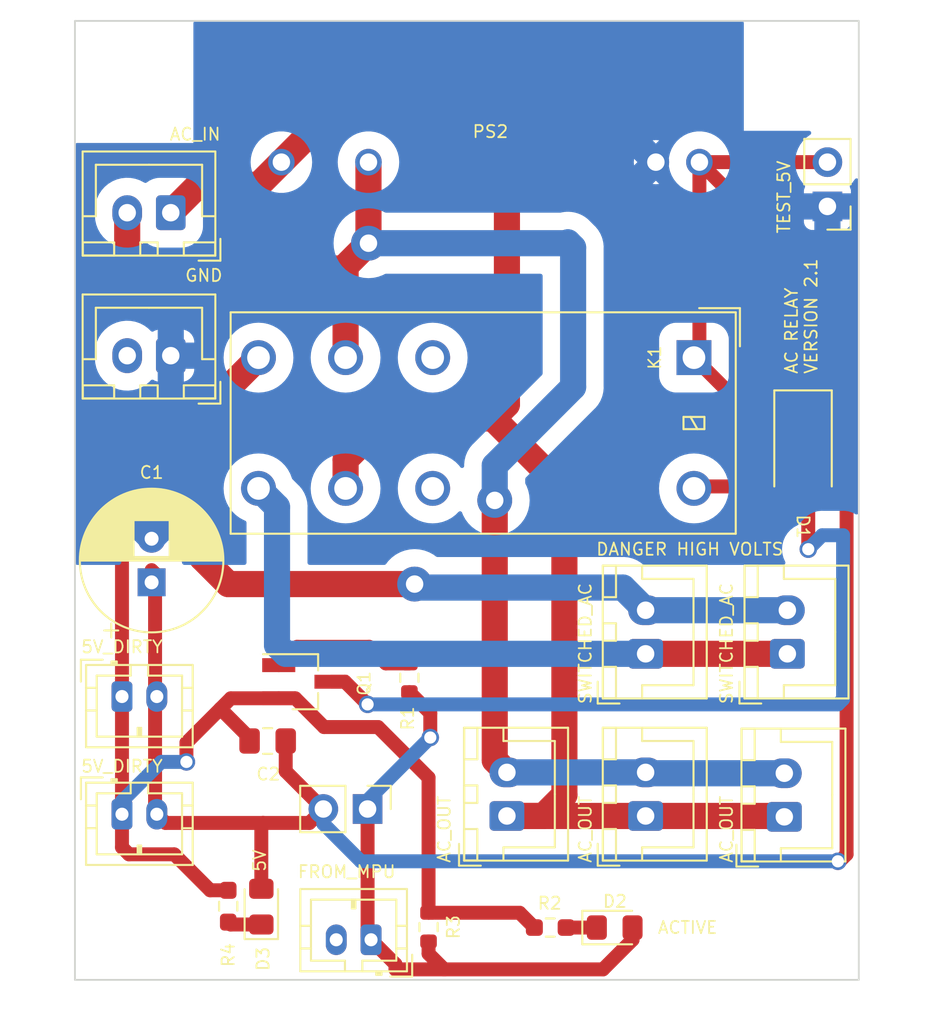
<source format=kicad_pcb>
(kicad_pcb (version 20221018) (generator pcbnew)
  (layers (0 "F.Cu" signal) (31 "B.Cu" signal) (34 "B.Paste" user) (35 "F.Paste" user) (36 "B.SilkS" user "B.Silkscreen") (37 "F.SilkS" user "F.Silkscreen") (38 "B.Mask" user) (39 "F.Mask" user) (44 "Edge.Cuts" user))
  (net 0 "")
  (net 1 "AC1")
  (net 2 "AC2")
  (net 3 "Net-(D3-K)")
  (net 4 "5V")
  (net 5 "Net-(D1-A)")
  (net 6 "Net-(D2-K)")
  (net 7 "ACTIVATE")
  (net 8 "AC1OUT")
  (net 9 "AC2OUT")
  (net 11 "Net-(Q1-B)")
  (net 14 "PGND")
  (footprint "Capacitor_SMD:C_0805_2012Metric_Pad1.18x1.45mm_HandSolder" (layer "F.Cu") (at 152.0625 122.3)
    (fp_text reference "C2" (at 0.0375 1.9 unlocked) (layer "F.SilkS") (effects (font (size 0.7 0.7) (thickness 0.1))))
    (fp_text value "0.1u")
    (pad "1" smd roundrect (at -1.0375 0) (size 1.175 1.45) (layers "F.Cu" "F.Paste" "F.Mask") (roundrect_rratio 0.2127659574) (net 14 "PGND"))
    (pad "2" smd roundrect (at 1.0375 0) (size 1.175 1.45) (layers "F.Cu" "F.Paste" "F.Mask") (roundrect_rratio 0.2127659574) (net 4 "5V"))
  )
  (footprint "MountingHole:MountingHole_3.2mm_M3" (layer "F.Cu") (at 183.5 133.5)
    (fp_text reference "H1" hide)
    (fp_text value "MountingHole")
    (pad "" np_thru_hole circle (at 0 0) (size 3.2 3.2) (drill 3.2) (layers "*.Cu" "*.Mask"))
  )
  (footprint "Connector_JST:JST_XH_B2B-XH-A_1x02_P2.50mm_Vertical" (layer "F.Cu") (at 146.5 100.2 180)
    (fp_text reference "J8" hide)
    (fp_text value "Screw_Terminal_01x02")
    (pad "1" thru_hole roundrect (at 0 0 180) (size 1.7 2) (drill 1) (layers "*.Cu" "*.Mask") (roundrect_rratio 0.1470588235) (net 14 "PGND"))
    (pad "2" thru_hole oval (at 2.5 0 180) (size 1.7 2) (drill 1) (layers "*.Cu" "*.Mask"))
  )
  (footprint "Resistor_SMD:R_0603_1608Metric" (layer "F.Cu") (at 161.3 132.975 -90)
    (fp_text reference "R3" (at 0 -1.43 90 unlocked) (layer "F.SilkS") (effects (font (size 0.7 0.7) (thickness 0.1))))
    (fp_text value "1K")
    (pad "1" smd roundrect (at -0.825 0 270) (size 0.8 0.95) (layers "F.Cu" "F.Paste" "F.Mask") (net 14 "PGND"))
    (pad "2" smd roundrect (at 0.825 0 270) (size 0.8 0.95) (layers "F.Cu" "F.Paste" "F.Mask") (net 7 "ACTIVATE"))
  )
  (footprint "Connector_JST:JST_PH_B2B-PH-K_1x02_P2.00mm_Vertical" (layer "F.Cu") (at 143.7 126.5)
    (fp_text reference "J10" hide)
    (fp_text value "Conn_01x02_Male")
    (pad "1" thru_hole roundrect (at 0 0) (size 1.2 1.75) (drill 0.75) (layers "*.Cu" "*.Mask") (roundrect_rratio 0.2083333333) (net 14 "PGND"))
    (pad "2" thru_hole oval (at 2 0) (size 1.2 1.75) (drill 0.75) (layers "*.Cu" "*.Mask") (net 4 "5V"))
  )
  (footprint "Connector_JST:JST_XH_B2B-XH-A_1x02_P2.50mm_Vertical" (layer "F.Cu") (at 146.5 92 180)
    (fp_text reference "J6" hide)
    (fp_text value "Screw_Terminal_01x02")
    (pad "1" thru_hole roundrect (at 0 0 180) (size 1.7 2) (drill 1) (layers "*.Cu" "*.Mask") (roundrect_rratio 0.1470588235) (net 1 "AC1"))
    (pad "2" thru_hole oval (at 2.5 0 180) (size 1.7 2) (drill 1) (layers "*.Cu" "*.Mask") (net 2 "AC2"))
  )
  (footprint "Diode_SMD:D_SMA" (layer "F.Cu") (at 182.8 105.7 -90)
    (fp_text reference "D1" (at 4.3 0 -90 unlocked) (layer "F.SilkS") (effects (font (size 0.7 0.7) (thickness 0.1))))
    (fp_text value "1N4001")
    (pad "1" smd roundrect (at -2 0 270) (size 2.5 1.8) (layers "F.Cu" "F.Paste" "F.Mask") (roundrect_rratio 0.1388888889) (net 4 "5V"))
    (pad "2" smd roundrect (at 2 0 270) (size 2.5 1.8) (layers "F.Cu" "F.Paste" "F.Mask") (roundrect_rratio 0.1388888889) (net 5 "Net-(D1-A)"))
  )
  (footprint "Resistor_SMD:R_0603_1608Metric_Pad0.98x0.95mm_HandSolder" (layer "F.Cu") (at 149.8 131.775 90)
    (fp_text reference "R4" (at -2.8 0 90 unlocked) (layer "F.SilkS") (effects (font (size 0.7 0.7) (thickness 0.1))))
    (fp_text value "1K")
    (pad "1" smd roundrect (at -0.9125 0 90) (size 0.975 0.95) (layers "F.Cu" "F.Paste" "F.Mask") (net 3 "Net-(D3-K)"))
    (pad "2" smd roundrect (at 0.9125 0 90) (size 0.975 0.95) (layers "F.Cu" "F.Paste" "F.Mask") (net 14 "PGND"))
  )
  (footprint "MountingHole:MountingHole_3.2mm_M3" (layer "F.Cu") (at 183.5 83.5)
    (fp_text reference "H2" hide)
    (fp_text value "MountingHole")
    (pad "" np_thru_hole circle (at 0 0) (size 3.2 3.2) (drill 3.2) (layers "*.Cu" "*.Mask"))
  )
  (footprint "Connector_JST:JST_XH_B2B-XH-A_1x02_P2.50mm_Vertical" (layer "F.Cu") (at 181.9 117.3 90)
    (fp_text reference "J3" hide)
    (fp_text value "Screw_Terminal_01x02")
    (pad "1" thru_hole roundrect (at 0 0 90) (size 1.7 2) (drill 1) (layers "*.Cu" "*.Mask") (roundrect_rratio 0.1470588235) (net 9 "AC2OUT"))
    (pad "2" thru_hole oval (at 2.5 0 90) (size 1.7 2) (drill 1) (layers "*.Cu" "*.Mask") (net 8 "AC1OUT"))
  )
  (footprint "Connector_JST:JST_PH_B2B-PH-K_1x02_P2.00mm_Vertical" (layer "F.Cu") (at 143.7 119.75)
    (fp_text reference "J4" hide)
    (fp_text value "Conn_01x02_Male")
    (pad "1" thru_hole roundrect (at 0 0) (size 1.2 1.75) (drill 0.75) (layers "*.Cu" "*.Mask") (roundrect_rratio 0.2083333333) (net 14 "PGND"))
    (pad "2" thru_hole oval (at 2 0) (size 1.2 1.75) (drill 0.75) (layers "*.Cu" "*.Mask") (net 4 "5V"))
  )
  (footprint "MountingHole:MountingHole_3.2mm_M3" (layer "F.Cu") (at 143.5 83.5)
    (fp_text reference "H4" hide)
    (fp_text value "MountingHole")
    (pad "" np_thru_hole circle (at 0 0) (size 3.2 3.2) (drill 3.2) (layers "*.Cu" "*.Mask"))
  )
  (footprint "Diode_SMD:D_0805_2012Metric_Pad1.15x1.40mm_HandSolder" (layer "F.Cu") (at 151.7 131.8 90)
    (fp_text reference "D3" (at -3 0.1 90 unlocked) (layer "F.SilkS") (effects (font (size 0.7 0.7) (thickness 0.1))))
    (fp_text value "BLUE")
    (pad "1" smd roundrect (at -1.025 0 90) (size 1.15 1.4) (layers "F.Cu" "F.Paste" "F.Mask") (roundrect_rratio 0.2173913043) (net 3 "Net-(D3-K)"))
    (pad "2" smd roundrect (at 1.025 0 90) (size 1.15 1.4) (layers "F.Cu" "F.Paste" "F.Mask") (roundrect_rratio 0.2173913043) (net 4 "5V"))
  )
  (footprint "Connector_JST:JST_XH_B2B-XH-A_1x02_P2.50mm_Vertical" (layer "F.Cu") (at 181.725 126.65 90)
    (fp_text reference "J5" hide)
    (fp_text value "Screw_Terminal_01x02")
    (pad "1" thru_hole roundrect (at 0 0 90) (size 1.7 2) (drill 1) (layers "*.Cu" "*.Mask") (roundrect_rratio 0.1470588235) (net 1 "AC1"))
    (pad "2" thru_hole oval (at 2.5 0 90) (size 1.7 2) (drill 1) (layers "*.Cu" "*.Mask") (net 2 "AC2"))
  )
  (footprint "Connector_PinHeader_2.54mm:PinHeader_1x02_P2.54mm_Vertical" (layer "F.Cu") (at 157.8 126.2 -90)
    (fp_text reference "J2" hide)
    (fp_text value "Conn_01x02_Male")
    (pad "1" thru_hole rect (at 0 0 270) (size 1.7 1.7) (drill 1) (layers "*.Cu" "*.Mask") (net 7 "ACTIVATE"))
    (pad "2" thru_hole oval (at 0 2.54 270) (size 1.7 1.7) (drill 1) (layers "*.Cu" "*.Mask") (net 4 "5V"))
  )
  (footprint "Package_TO_SOT_SMD:SOT-23_Handsoldering" (layer "F.Cu") (at 154.2 118.9)
    (fp_text reference "Q1" (at 3.4 0.1 90 unlocked) (layer "F.SilkS") (effects (font (size 0.7 0.7) (thickness 0.1))))
    (fp_text value "2SC1945")
    (pad "1" smd rect (at -1.5 -0.95) (size 1.9 0.8) (layers "F.Cu" "F.Paste" "F.Mask") (net 11 "Net-(Q1-B)"))
    (pad "2" smd rect (at -1.5 0.95) (size 1.9 0.8) (layers "F.Cu" "F.Paste" "F.Mask") (net 14 "PGND"))
    (pad "3" smd rect (at 1.5 0) (size 1.9 0.8) (layers "F.Cu" "F.Paste" "F.Mask") (net 5 "Net-(D1-A)"))
  )
  (footprint "Connector_PinHeader_2.54mm:PinHeader_1x02_P2.54mm_Vertical" (layer "F.Cu") (at 184.2 91.64 180)
    (fp_text reference "J12" hide)
    (fp_text value "Conn_01x02_Male")
    (pad "1" thru_hole rect (at 0 0 180) (size 1.7 1.7) (drill 1) (layers "*.Cu" "*.Mask") (net 14 "PGND"))
    (pad "2" thru_hole oval (at 0 2.54 180) (size 1.7 1.7) (drill 1) (layers "*.Cu" "*.Mask") (net 4 "5V"))
  )
  (footprint "Diode_SMD:D_0805_2012Metric_Pad1.15x1.40mm_HandSolder" (layer "F.Cu") (at 171.9875 133)
    (fp_text reference "D2" (at 0.0125 -1.5 unlocked) (layer "F.SilkS") (effects (font (size 0.7 0.7) (thickness 0.1))))
    (fp_text value "YELLOW")
    (pad "1" smd roundrect (at -1.025 0) (size 1.15 1.4) (layers "F.Cu" "F.Paste" "F.Mask") (roundrect_rratio 0.2173913043) (net 6 "Net-(D2-K)"))
    (pad "2" smd roundrect (at 1.025 0) (size 1.15 1.4) (layers "F.Cu" "F.Paste" "F.Mask") (roundrect_rratio 0.2173913043) (net 7 "ACTIVATE"))
  )
  (footprint "Connector_JST:JST_XH_B2B-XH-A_1x02_P2.50mm_Vertical" (layer "F.Cu") (at 165.8 126.6 90)
    (fp_text reference "J9" hide)
    (fp_text value "Screw_Terminal_01x02")
    (pad "1" thru_hole roundrect (at 0 0 90) (size 1.7 2) (drill 1) (layers "*.Cu" "*.Mask") (roundrect_rratio 0.1470588235) (net 1 "AC1"))
    (pad "2" thru_hole oval (at 2.5 0 90) (size 1.7 2) (drill 1) (layers "*.Cu" "*.Mask") (net 2 "AC2"))
  )
  (footprint "Resistor_SMD:R_0603_1608Metric_Pad0.98x0.95mm_HandSolder" (layer "F.Cu") (at 168.2875 133 180)
    (fp_text reference "R2" (at 0.033891 1.393393 unlocked) (layer "F.SilkS") (effects (font (size 0.7 0.7) (thickness 0.1))))
    (fp_text value "1K")
    (pad "1" smd roundrect (at -0.9125 0 180) (size 0.975 0.95) (layers "F.Cu" "F.Paste" "F.Mask") (net 6 "Net-(D2-K)"))
    (pad "2" smd roundrect (at 0.9125 0 180) (size 0.975 0.95) (layers "F.Cu" "F.Paste" "F.Mask") (net 14 "PGND"))
  )
  (footprint "Connector_JST:JST_XH_B2B-XH-A_1x02_P2.50mm_Vertical" (layer "F.Cu") (at 173.7625 126.6 90)
    (fp_text reference "J7" hide)
    (fp_text value "Screw_Terminal_01x02")
    (pad "1" thru_hole roundrect (at 0 0 90) (size 1.7 2) (drill 1) (layers "*.Cu" "*.Mask") (roundrect_rratio 0.1470588235) (net 1 "AC1"))
    (pad "2" thru_hole oval (at 2.5 0 90) (size 1.7 2) (drill 1) (layers "*.Cu" "*.Mask") (net 2 "AC2"))
  )
  (footprint "Connector_JST:JST_XH_B2B-XH-A_1x02_P2.50mm_Vertical" (layer "F.Cu") (at 173.7625 117.3 90)
    (fp_text reference "J11" hide)
    (fp_text value "Screw_Terminal_01x02")
    (pad "1" thru_hole roundrect (at 0 0 90) (size 1.7 2) (drill 1) (layers "*.Cu" "*.Mask") (roundrect_rratio 0.1470588235) (net 9 "AC2OUT"))
    (pad "2" thru_hole oval (at 2.5 0 90) (size 1.7 2) (drill 1) (layers "*.Cu" "*.Mask") (net 8 "AC1OUT"))
  )
  (footprint "Connector_JST:JST_PH_B2B-PH-K_1x02_P2.00mm_Vertical" (layer "F.Cu") (at 158 133.7 180)
    (fp_text reference "J1" hide)
    (fp_text value "Conn_01x02_Male")
    (pad "1" thru_hole roundrect (at 0 0 180) (size 1.2 1.75) (drill 0.75) (layers "*.Cu" "*.Mask") (roundrect_rratio 0.2083333333) (net 7 "ACTIVATE"))
    (pad "2" thru_hole oval (at 2 0 180) (size 1.2 1.75) (drill 0.75) (layers "*.Cu" "*.Mask"))
  )
  (footprint "Relay_THT:Relay_DPDT_Omron_G2RL-2" (layer "F.Cu") (at 176.5375 100.3125 -90)
    (fp_text reference "K1" (at 0 2.25 -270 unlocked) (layer "F.SilkS") (effects (font (size 0.7 0.7) (thickness 0.1))))
    (fp_text value "Relay_DPDT")
    (pad "11" thru_hole circle (at 0 20 270) (size 2 2) (drill 1.3) (layers "*.Cu" "*.Mask") (net 2 "AC2"))
    (pad "12" thru_hole circle (at 0 15 270) (size 2 2) (drill 1.3) (layers "*.Cu" "*.Mask"))
    (pad "14" thru_hole circle (at 0 25 270) (size 2 2) (drill 1.3) (layers "*.Cu" "*.Mask") (net 8 "AC1OUT"))
    (pad "21" thru_hole circle (at 7.5 20 270) (size 2 2) (drill 1.3) (layers "*.Cu" "*.Mask") (net 1 "AC1"))
    (pad "22" thru_hole circle (at 7.5 15 270) (size 2 2) (drill 1.3) (layers "*.Cu" "*.Mask"))
    (pad "24" thru_hole circle (at 7.5 25 270) (size 2 2) (drill 1.3) (layers "*.Cu" "*.Mask") (net 9 "AC2OUT"))
    (pad "A1" thru_hole rect (at 0 0 270) (size 2 2) (drill 1.3) (layers "*.Cu" "*.Mask") (net 4 "5V"))
    (pad "A2" thru_hole circle (at 7.5 0 270) (size 2 2) (drill 1.3) (layers "*.Cu" "*.Mask") (net 5 "Net-(D1-A)"))
  )
  (footprint "MountingHole:MountingHole_3.2mm_M3" (layer "F.Cu") (at 143.5 133.5)
    (fp_text reference "H3" hide)
    (fp_text value "MountingHole")
    (pad "" np_thru_hole circle (at 0 0) (size 3.2 3.2) (drill 3.2) (layers "*.Cu" "*.Mask"))
  )
  (footprint "Resistor_SMD:R_0603_1608Metric" (layer "F.Cu") (at 160.2 118.675 90)
    (fp_text reference "R1" (at -2.33 -0.1 90 unlocked) (layer "F.SilkS") (effects (font (size 0.7 0.7) (thickness 0.1))))
    (fp_text value "1K")
    (pad "1" smd roundrect (at -0.825 0 90) (size 0.8 0.95) (layers "F.Cu" "F.Paste" "F.Mask") (net 7 "ACTIVATE"))
    (pad "2" smd roundrect (at 0.825 0 90) (size 0.8 0.95) (layers "F.Cu" "F.Paste" "F.Mask") (net 11 "Net-(Q1-B)"))
  )
  (footprint "Capacitor_THT:CP_Radial_D8.0mm_P2.50mm" (layer "F.Cu") (at 145.4 113.2 90)
    (fp_text reference "C1" (at 6.3 0 unlocked) (layer "F.SilkS") (effects (font (size 0.7 0.7) (thickness 0.1))))
    (fp_text value "C_Polarized")
    (pad "1" thru_hole rect (at 0 0 90) (size 1.6 1.6) (drill 0.8) (layers "*.Cu" "*.Mask") (net 4 "5V"))
    (pad "2" thru_hole circle (at 2.5 0 90) (size 1.6 1.6) (drill 0.8) (layers "*.Cu" "*.Mask") (net 14 "PGND"))
  )
  (footprint "Components:HLK-2M05" (layer "F.Cu") (at 164.850986 89.1)
    (fp_text reference "PS2" (at 0 -1.75 unlocked) (layer "F.SilkS") (effects (font (size 0.7 0.7) (thickness 0.1))))
    (fp_text value "HLK-2M05")
    (pad "1" thru_hole circle (at -12 0) (size 1.524 1.524) (drill 1) (layers "*.Cu" "*.Mask") (net 1 "AC1"))
    (pad "2" thru_hole circle (at -7 0) (size 1.524 1.524) (drill 1) (layers "*.Cu" "*.Mask") (net 2 "AC2"))
    (pad "3" thru_hole circle (at 9.5 0) (size 1.524 1.524) (drill 1) (layers "*.Cu" "*.Mask") (net 14 "PGND"))
    (pad "4" thru_hole circle (at 12 0) (size 1.524 1.524) (drill 1) (layers "*.Cu" "*.Mask") (net 4 "5V"))
  )
  (gr_line (start 141 136) (end 141 81) (stroke (width 0.1)) (layer "Edge.Cuts"))
  (gr_line (start 141 81) (end 186 81) (stroke (width 0.1)) (layer "Edge.Cuts"))
  (gr_line (start 186 81) (end 186 136) (stroke (width 0.1)) (layer "Edge.Cuts"))
  (gr_line (start 186 136) (end 141 136) (stroke (width 0.1)) (layer "Edge.Cuts"))
  (gr_text "AC_OUT" (at 162.2 127.360223 90) (layer "F.SilkS") (effects (font (size 0.7 0.7) (thickness 0.1))))
  (gr_text "SWITCHED_AC" (at 178.406056 116.710223 90) (layer "F.SilkS") (effects (font (size 0.7 0.7) (thickness 0.1))))
  (gr_text "5V_DIRTY\n" (at 143.7 116.9) (layer "F.SilkS") (effects (font (size 0.7 0.7) (thickness 0.1))))
  (gr_text "ACTIVE\n" (at 176.175 133) (layer "F.SilkS") (effects (font (size 0.7 0.7) (thickness 0.1))))
  (gr_text "5V_DIRTY\n" (at 143.7 123.75) (layer "F.SilkS") (effects (font (size 0.7 0.7) (thickness 0.1))))
  (gr_text "5V\n" (at 151.6 129.155702 90) (layer "F.SilkS") (effects (font (size 0.7 0.7) (thickness 0.1))))
  (gr_text "FROM_MPU\n" (at 156.6 129.8) (layer "F.SilkS") (effects (font (size 0.7 0.7) (thickness 0.1))))
  (gr_text "AC_OUT" (at 178.406056 127.360223 90) (layer "F.SilkS") (effects (font (size 0.7 0.7) (thickness 0.1))))
  (gr_text "DANGER HIGH VOLTS" (at 176.3 111.3) (layer "F.SilkS") (effects (font (size 0.7 0.7) (thickness 0.1))))
  (gr_text "GND\n" (at 148.4 95.6) (layer "F.SilkS") (effects (font (size 0.7 0.7) (thickness 0.1))))
  (gr_text "AC_OUT" (at 170.3 127.360223 90) (layer "F.SilkS") (effects (font (size 0.7 0.7) (thickness 0.1))))
  (gr_text "SWITCHED_AC" (at 170.3 116.710223 90) (layer "F.SilkS") (effects (font (size 0.7 0.7) (thickness 0.1))))
  (gr_text "AC RELAY \nVERSION 2.1" (at 182.7 101.3 90) (layer "F.SilkS") (effects (font (size 0.7 0.7) (thickness 0.1)) (justify left)))
  (gr_text "AC_IN" (at 147.9 87.5) (layer "F.SilkS") (effects (font (size 0.7 0.7) (thickness 0.1))))
  (gr_text "TEST_5V" (at 181.7 91.1 90) (layer "F.SilkS") (effects (font (size 0.7 0.7) (thickness 0.1))))
  (segment (start 173.7625 126.6) (end 181.675 126.6) (width 1.5) (layer "F.Cu") (net 1))
  (segment (start 169.1 125.4) (end 169.1 107.9) (width 1.5) (layer "F.Cu") (net 1))
  (segment (start 161.8 84.6) (end 157.350986 84.6) (width 1.5) (layer "F.Cu") (net 1))
  (segment (start 156.5375 107.8125) (end 156.5375 106.1625) (width 1.5) (layer "F.Cu") (net 1))
  (segment (start 165 103.8) (end 165.8 103) (width 1.5) (layer "F.Cu") (net 1))
  (segment (start 158.9 103.8) (end 165 103.8) (width 1.5) (layer "F.Cu") (net 1))
  (segment (start 165.8 126.6) (end 173.7625 126.6) (width 1.5) (layer "F.Cu") (net 1))
  (segment (start 167.9 126.6) (end 169.1 125.4) (width 1.5) (layer "F.Cu") (net 1))
  (segment (start 148.1 90.4) (end 151.550986 90.4) (width 1.5) (layer "F.Cu") (net 1))
  (segment (start 156.5375 106.1625) (end 158.9 103.8) (width 1.5) (layer "F.Cu") (net 1))
  (segment (start 146.5 92) (end 148.1 90.4) (width 1.5) (layer "F.Cu") (net 1))
  (segment (start 165.8 126.6) (end 167.9 126.6) (width 1.5) (layer "F.Cu") (net 1))
  (segment (start 165.8 88.6) (end 161.8 84.6) (width 1.5) (layer "F.Cu") (net 1))
  (segment (start 157.350986 84.6) (end 152.850986 89.1) (width 1.5) (layer "F.Cu") (net 1))
  (segment (start 151.550986 90.4) (end 152.850986 89.1) (width 1.5) (layer "F.Cu") (net 1))
  (segment (start 165.8 103) (end 165.8 88.6) (width 1.5) (layer "F.Cu") (net 1))
  (segment (start 169.1 107.9) (end 165 103.8) (width 1.5) (layer "F.Cu") (net 1))
  (segment (start 156.5375 95.3375) (end 156.5375 100.3125) (width 1.5) (layer "F.Cu") (net 2))
  (segment (start 165.8 124.1) (end 165.1 123.4) (width 1.5) (layer "F.Cu") (net 2))
  (segment (start 156.4 95.2) (end 156.5375 95.3375) (width 1.5) (layer "F.Cu") (net 2))
  (segment (start 157.850986 93.749014) (end 157.850986 89.1) (width 1.5) (layer "F.Cu") (net 2))
  (segment (start 165.1 123.4) (end 165.1 108.5) (width 1.5) (layer "F.Cu") (net 2))
  (segment (start 144 94) (end 145.2 95.2) (width 1.5) (layer "F.Cu") (net 2))
  (segment (start 144 92) (end 144 94) (width 1.5) (layer "F.Cu") (net 2))
  (segment (start 145.2 95.2) (end 156.4 95.2) (width 1.5) (layer "F.Cu") (net 2))
  (segment (start 156.4 95.2) (end 157.850986 93.749014) (width 1.5) (layer "F.Cu") (net 2))
  (via (at 157.850986 93.749014) (size 2) (drill 1) (layers "F.Cu" "B.Cu") (net 2))
  (via (at 165.1 108.5) (size 2) (drill 1) (layers "F.Cu" "B.Cu") (net 2))
  (segment (start 169.3 93.7) (end 169.250986 93.749014) (width 1.5) (layer "B.Cu") (net 2))
  (segment (start 173.7625 124.1) (end 165.8 124.1) (width 1.5) (layer "B.Cu") (net 2))
  (segment (start 169.6 94) (end 169.3 93.7) (width 1.5) (layer "B.Cu") (net 2))
  (segment (start 165.1 108.5) (end 165.1 106.5) (width 1.5) (layer "B.Cu") (net 2))
  (segment (start 181.725 124.15) (end 173.8125 124.15) (width 1.5) (layer "B.Cu") (net 2))
  (segment (start 169.250986 93.749014) (end 157.850986 93.749014) (width 1.5) (layer "B.Cu") (net 2))
  (segment (start 169.6 102) (end 169.6 94) (width 1.5) (layer "B.Cu") (net 2))
  (segment (start 165.1 106.5) (end 169.6 102) (width 1.5) (layer "B.Cu") (net 2))
  (segment (start 151.7 132.825) (end 149.9375 132.825) (width 0.8) (layer "F.Cu") (net 3))
  (segment (start 149.9375 132.825) (end 149.8 132.6875) (width 0.8) (layer "F.Cu") (net 3))
  (segment (start 145.6 126.4) (end 146.2 127) (width 0.8) (layer "F.Cu") (net 4))
  (segment (start 176.850986 89.1) (end 184.2 89.1) (width 0.8) (layer "F.Cu") (net 4))
  (segment (start 176.850986 89.1) (end 185.3 97.549014) (width 0.8) (layer "F.Cu") (net 4))
  (segment (start 153.1 122.3) (end 153.1 124.04) (width 0.8) (layer "F.Cu") (net 4))
  (segment (start 153.1 124.04) (end 155.26 126.2) (width 0.8) (layer "F.Cu") (net 4))
  (segment (start 151.7 130.775) (end 151.7 127.1) (width 0.8) (layer "F.Cu") (net 4))
  (segment (start 146.2 127) (end 151.8 127) (width 0.8) (layer "F.Cu") (net 4))
  (segment (start 176.850986 89.1) (end 176.850986 99.999014) (width 0.8) (layer "F.Cu") (net 4))
  (segment (start 184.9 129.2) (end 184.8 129.2) (width 0.8) (layer "F.Cu") (net 4))
  (segment (start 145.6 112.7) (end 145.6 126.4) (width 0.8) (layer "F.Cu") (net 4))
  (segment (start 151.8 127) (end 154.46 127) (width 0.8) (layer "F.Cu") (net 4))
  (segment (start 145.4 112.5) (end 145.6 112.7) (width 0.8) (layer "F.Cu") (net 4))
  (segment (start 151.7 127.1) (end 151.8 127) (width 0.8) (layer "F.Cu") (net 4))
  (segment (start 182.8 103.7) (end 179.925 103.7) (width 0.8) (layer "F.Cu") (net 4))
  (segment (start 179.925 103.7) (end 176.5375 100.3125) (width 0.8) (layer "F.Cu") (net 4))
  (segment (start 185.3 97.549014) (end 185.3 128.8) (width 0.8) (layer "F.Cu") (net 4))
  (segment (start 154.46 127) (end 155.26 126.2) (width 0.8) (layer "F.Cu") (net 4))
  (segment (start 185.3 128.8) (end 184.9 129.2) (width 0.8) (layer "F.Cu") (net 4))
  (via (at 184.8 129.2) (size 1) (drill 0.7) (layers "F.Cu" "B.Cu") (net 4))
  (segment (start 157.414656 129.2) (end 155.26 127.045344) (width 0.8) (layer "B.Cu") (net 4))
  (segment (start 155.26 127.045344) (end 155.26 126.2) (width 0.8) (layer "B.Cu") (net 4))
  (segment (start 184.8 129.2) (end 157.414656 129.2) (width 0.8) (layer "B.Cu") (net 4))
  (segment (start 182.8 107.7) (end 176.65 107.7) (width 0.8) (layer "F.Cu") (net 5))
  (segment (start 155.7 118.9) (end 156.5 118.9) (width 0.8) (layer "F.Cu") (net 5))
  (segment (start 183.1 111.3) (end 183.1 108) (width 0.8) (layer "F.Cu") (net 5))
  (segment (start 156.5 118.9) (end 157.8 120.2) (width 0.8) (layer "F.Cu") (net 5))
  (via (at 157.8 120.2) (size 1) (drill 0.7) (layers "F.Cu" "B.Cu") (net 5))
  (via (at 183.1 111.3) (size 1) (drill 0.7) (layers "F.Cu" "B.Cu") (net 5))
  (segment (start 184.8 120.2) (end 185.1 119.9) (width 0.8) (layer "B.Cu") (net 5))
  (segment (start 185.1 119.9) (end 185.1 110.5) (width 0.8) (layer "B.Cu") (net 5))
  (segment (start 157.8 120.2) (end 184.8 120.2) (width 0.8) (layer "B.Cu") (net 5))
  (segment (start 183.9 110.5) (end 183.1 111.3) (width 0.8) (layer "B.Cu") (net 5))
  (segment (start 185.1 110.5) (end 183.9 110.5) (width 0.8) (layer "B.Cu") (net 5))
  (segment (start 170.9625 133) (end 169.2 133) (width 0.8) (layer "F.Cu") (net 6))
  (segment (start 161.4 120.7) (end 160.2 119.5) (width 0.8) (layer "F.Cu") (net 7))
  (segment (start 159.4 135.4) (end 159.4 135.1) (width 0.8) (layer "F.Cu") (net 7))
  (segment (start 161.3 133.8) (end 161.3 134.5) (width 0.8) (layer "F.Cu") (net 7))
  (segment (start 173.0125 133.7) (end 171.3125 135.4) (width 0.8) (layer "F.Cu") (net 7))
  (segment (start 161.4 122.1) (end 161.4 120.7) (width 0.8) (layer "F.Cu") (net 7))
  (segment (start 157.8 126.2) (end 157.8 133.5) (width 0.8) (layer "F.Cu") (net 7))
  (segment (start 161.3 134.5) (end 162.2 135.4) (width 0.8) (layer "F.Cu") (net 7))
  (segment (start 162.2 135.4) (end 159.4 135.4) (width 0.8) (layer "F.Cu") (net 7))
  (segment (start 159.4 135.1) (end 158 133.7) (width 0.8) (layer "F.Cu") (net 7))
  (segment (start 173.0125 133) (end 173.0125 133.7) (width 0.8) (layer "F.Cu") (net 7))
  (segment (start 171.3125 135.4) (end 162.2 135.4) (width 0.8) (layer "F.Cu") (net 7))
  (via (at 161.4 122.1) (size 1) (drill 0.7) (layers "F.Cu" "B.Cu") (net 7))
  (segment (start 157.8 126.2) (end 157.8 125.7) (width 0.8) (layer "B.Cu") (net 7))
  (segment (start 157.8 125.7) (end 161.4 122.1) (width 0.8) (layer "B.Cu") (net 7))
  (segment (start 149.8 113.3) (end 160.5 113.3) (width 1.5) (layer "F.Cu") (net 8))
  (segment (start 148.3 103.55) (end 148.3 111.8) (width 1.5) (layer "F.Cu") (net 8))
  (segment (start 151.5375 100.3125) (end 148.3 103.55) (width 1.5) (layer "F.Cu") (net 8))
  (segment (start 148.3 111.8) (end 149.8 113.3) (width 1.5) (layer "F.Cu") (net 8))
  (via (at 160.5 113.3) (size 2) (drill 1) (layers "F.Cu" "B.Cu") (net 8))
  (segment (start 173.7625 114.8) (end 181.9 114.8) (width 1.5) (layer "B.Cu") (net 8))
  (segment (start 172.4625 113.5) (end 160.7 113.5) (width 1.5) (layer "B.Cu") (net 8))
  (segment (start 160.7 113.5) (end 160.5 113.3) (width 1.5) (layer "B.Cu") (net 8))
  (segment (start 173.7625 114.8) (end 172.4625 113.5) (width 1.5) (layer "B.Cu") (net 8))
  (segment (start 181.9 117.3) (end 173.7625 117.3) (width 1.5) (layer "F.Cu") (net 9))
  (segment (start 153.1 117.3) (end 152.6 116.8) (width 1.5) (layer "B.Cu") (net 9))
  (segment (start 173.7625 117.3) (end 153.1 117.3) (width 1.5) (layer "B.Cu") (net 9))
  (segment (start 152.6 116.8) (end 152.6 108.875) (width 1.5) (layer "B.Cu") (net 9))
  (segment (start 152.6 108.875) (end 151.5375 107.8125) (width 1.5) (layer "B.Cu") (net 9))
  (segment (start 160.2 117.85) (end 158.85 117.85) (width 0.8) (layer "F.Cu") (net 11))
  (segment (start 157.9 116.9) (end 153.75 116.9) (width 0.8) (layer "F.Cu") (net 11))
  (segment (start 158.85 117.85) (end 157.9 116.9) (width 0.8) (layer "F.Cu") (net 11))
  (segment (start 153.75 116.9) (end 152.7 117.95) (width 0.8) (layer "F.Cu") (net 11))
  (segment (start 151.025 122.125) (end 149.35 120.45) (width 0.8) (layer "F.Cu") (net 14))
  (segment (start 146.7 128.8) (end 144.1 128.8) (width 0.8) (layer "F.Cu") (net 14))
  (segment (start 147.4 122.4) (end 147.4 123.5) (width 0.8) (layer "F.Cu") (net 14))
  (segment (start 149.35 120.45) (end 147.4 122.4) (width 0.8) (layer "F.Cu") (net 14))
  (segment (start 166.525 132.15) (end 167.375 133) (width 0.8) (layer "F.Cu") (net 14))
  (segment (start 153.65 119.85) (end 152.7 119.85) (width 0.8) (layer "F.Cu") (net 14))
  (segment (start 148.7625 130.8625) (end 146.7 128.8) (width 0.8) (layer "F.Cu") (net 14))
  (segment (start 149.8 130.8625) (end 148.7625 130.8625) (width 0.8) (layer "F.Cu") (net 14))
  (segment (start 144.1 128.8) (end 143.7 128.4) (width 0.8) (layer "F.Cu") (net 14))
  (segment (start 144.5 110) (end 143.7 110.8) (width 0.8) (layer "F.Cu") (net 14))
  (segment (start 143.7 110.8) (end 143.7 125.75) (width 0.8) (layer "F.Cu") (net 14))
  (segment (start 149.95 119.85) (end 149.35 120.45) (width 0.8) (layer "F.Cu") (net 14))
  (segment (start 145.4 110) (end 144.5 110) (width 0.8) (layer "F.Cu") (net 14))
  (segment (start 143.7 128.4) (end 143.7 126.5) (width 0.8) (layer "F.Cu") (net 14))
  (segment (start 155.3 121.5) (end 153.65 119.85) (width 0.8) (layer "F.Cu") (net 14))
  (segment (start 158.4 121.5) (end 155.3 121.5) (width 0.8) (layer "F.Cu") (net 14))
  (segment (start 161.3 132.15) (end 166.525 132.15) (width 0.8) (layer "F.Cu") (net 14))
  (segment (start 161.3 132.15) (end 161.3 124.4) (width 0.8) (layer "F.Cu") (net 14))
  (segment (start 152.7 119.85) (end 149.95 119.85) (width 0.8) (layer "F.Cu") (net 14))
  (segment (start 161.3 124.4) (end 158.4 121.5) (width 0.8) (layer "F.Cu") (net 14))
  (via (at 147.4 123.5) (size 1) (drill 0.7) (layers "F.Cu" "B.Cu") (net 14))
  (segment (start 143.7 125.75) (end 145.95 123.5) (width 0.8) (layer "B.Cu") (net 14))
  (segment (start 145.95 123.5) (end 147.4 123.5) (width 0.8) (layer "B.Cu") (net 14))
  (zone (net 14) (net_name "PGND") (layer "B.Cu") (connect_pads (clearance 1)) (min_thickness 0.25) (fill yes (thermal_gap 0.5) (thermal_bridge_width 1.5))
    (polygon (pts (xy 179.4 79.8) (xy 179.4 87.3) (xy 187 87.3) (xy 187 111) (xy 185.8 112.2) (xy 139.8 112.2) (xy 139.8 88) (xy 147.8 88) (xy 147.8 79.9) (xy 147.7 79.9) (xy 147.8 79.8)))
  )
)
</source>
